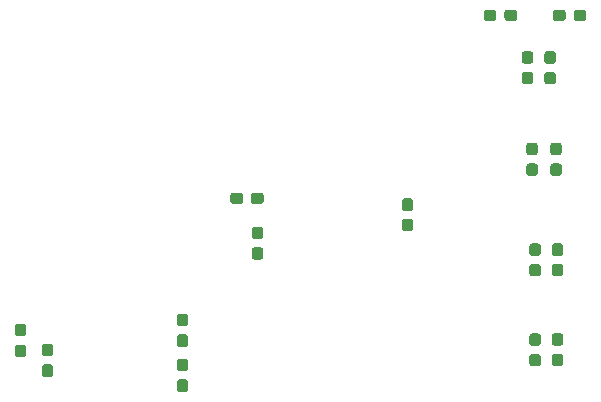
<source format=gbr>
G04 #@! TF.GenerationSoftware,KiCad,Pcbnew,5.1.5-52549c5~84~ubuntu18.04.1*
G04 #@! TF.CreationDate,2020-03-09T21:44:41-04:00*
G04 #@! TF.ProjectId,landfill_board_rev4,6c616e64-6669-46c6-9c5f-626f6172645f,rev?*
G04 #@! TF.SameCoordinates,Original*
G04 #@! TF.FileFunction,Paste,Bot*
G04 #@! TF.FilePolarity,Positive*
%FSLAX46Y46*%
G04 Gerber Fmt 4.6, Leading zero omitted, Abs format (unit mm)*
G04 Created by KiCad (PCBNEW 5.1.5-52549c5~84~ubuntu18.04.1) date 2020-03-09 21:44:41*
%MOMM*%
%LPD*%
G04 APERTURE LIST*
%ADD10C,0.100000*%
G04 APERTURE END LIST*
D10*
G36*
X148850779Y-64246144D02*
G01*
X148873834Y-64249563D01*
X148896443Y-64255227D01*
X148918387Y-64263079D01*
X148939457Y-64273044D01*
X148959448Y-64285026D01*
X148978168Y-64298910D01*
X148995438Y-64314562D01*
X149011090Y-64331832D01*
X149024974Y-64350552D01*
X149036956Y-64370543D01*
X149046921Y-64391613D01*
X149054773Y-64413557D01*
X149060437Y-64436166D01*
X149063856Y-64459221D01*
X149065000Y-64482500D01*
X149065000Y-65057500D01*
X149063856Y-65080779D01*
X149060437Y-65103834D01*
X149054773Y-65126443D01*
X149046921Y-65148387D01*
X149036956Y-65169457D01*
X149024974Y-65189448D01*
X149011090Y-65208168D01*
X148995438Y-65225438D01*
X148978168Y-65241090D01*
X148959448Y-65254974D01*
X148939457Y-65266956D01*
X148918387Y-65276921D01*
X148896443Y-65284773D01*
X148873834Y-65290437D01*
X148850779Y-65293856D01*
X148827500Y-65295000D01*
X148352500Y-65295000D01*
X148329221Y-65293856D01*
X148306166Y-65290437D01*
X148283557Y-65284773D01*
X148261613Y-65276921D01*
X148240543Y-65266956D01*
X148220552Y-65254974D01*
X148201832Y-65241090D01*
X148184562Y-65225438D01*
X148168910Y-65208168D01*
X148155026Y-65189448D01*
X148143044Y-65169457D01*
X148133079Y-65148387D01*
X148125227Y-65126443D01*
X148119563Y-65103834D01*
X148116144Y-65080779D01*
X148115000Y-65057500D01*
X148115000Y-64482500D01*
X148116144Y-64459221D01*
X148119563Y-64436166D01*
X148125227Y-64413557D01*
X148133079Y-64391613D01*
X148143044Y-64370543D01*
X148155026Y-64350552D01*
X148168910Y-64331832D01*
X148184562Y-64314562D01*
X148201832Y-64298910D01*
X148220552Y-64285026D01*
X148240543Y-64273044D01*
X148261613Y-64263079D01*
X148283557Y-64255227D01*
X148306166Y-64249563D01*
X148329221Y-64246144D01*
X148352500Y-64245000D01*
X148827500Y-64245000D01*
X148850779Y-64246144D01*
G37*
G36*
X148850779Y-62496144D02*
G01*
X148873834Y-62499563D01*
X148896443Y-62505227D01*
X148918387Y-62513079D01*
X148939457Y-62523044D01*
X148959448Y-62535026D01*
X148978168Y-62548910D01*
X148995438Y-62564562D01*
X149011090Y-62581832D01*
X149024974Y-62600552D01*
X149036956Y-62620543D01*
X149046921Y-62641613D01*
X149054773Y-62663557D01*
X149060437Y-62686166D01*
X149063856Y-62709221D01*
X149065000Y-62732500D01*
X149065000Y-63307500D01*
X149063856Y-63330779D01*
X149060437Y-63353834D01*
X149054773Y-63376443D01*
X149046921Y-63398387D01*
X149036956Y-63419457D01*
X149024974Y-63439448D01*
X149011090Y-63458168D01*
X148995438Y-63475438D01*
X148978168Y-63491090D01*
X148959448Y-63504974D01*
X148939457Y-63516956D01*
X148918387Y-63526921D01*
X148896443Y-63534773D01*
X148873834Y-63540437D01*
X148850779Y-63543856D01*
X148827500Y-63545000D01*
X148352500Y-63545000D01*
X148329221Y-63543856D01*
X148306166Y-63540437D01*
X148283557Y-63534773D01*
X148261613Y-63526921D01*
X148240543Y-63516956D01*
X148220552Y-63504974D01*
X148201832Y-63491090D01*
X148184562Y-63475438D01*
X148168910Y-63458168D01*
X148155026Y-63439448D01*
X148143044Y-63419457D01*
X148133079Y-63398387D01*
X148125227Y-63376443D01*
X148119563Y-63353834D01*
X148116144Y-63330779D01*
X148115000Y-63307500D01*
X148115000Y-62732500D01*
X148116144Y-62709221D01*
X148119563Y-62686166D01*
X148125227Y-62663557D01*
X148133079Y-62641613D01*
X148143044Y-62620543D01*
X148155026Y-62600552D01*
X148168910Y-62581832D01*
X148184562Y-62564562D01*
X148201832Y-62548910D01*
X148220552Y-62535026D01*
X148240543Y-62523044D01*
X148261613Y-62513079D01*
X148283557Y-62505227D01*
X148306166Y-62499563D01*
X148329221Y-62496144D01*
X148352500Y-62495000D01*
X148827500Y-62495000D01*
X148850779Y-62496144D01*
G37*
G36*
X150755779Y-64246144D02*
G01*
X150778834Y-64249563D01*
X150801443Y-64255227D01*
X150823387Y-64263079D01*
X150844457Y-64273044D01*
X150864448Y-64285026D01*
X150883168Y-64298910D01*
X150900438Y-64314562D01*
X150916090Y-64331832D01*
X150929974Y-64350552D01*
X150941956Y-64370543D01*
X150951921Y-64391613D01*
X150959773Y-64413557D01*
X150965437Y-64436166D01*
X150968856Y-64459221D01*
X150970000Y-64482500D01*
X150970000Y-65057500D01*
X150968856Y-65080779D01*
X150965437Y-65103834D01*
X150959773Y-65126443D01*
X150951921Y-65148387D01*
X150941956Y-65169457D01*
X150929974Y-65189448D01*
X150916090Y-65208168D01*
X150900438Y-65225438D01*
X150883168Y-65241090D01*
X150864448Y-65254974D01*
X150844457Y-65266956D01*
X150823387Y-65276921D01*
X150801443Y-65284773D01*
X150778834Y-65290437D01*
X150755779Y-65293856D01*
X150732500Y-65295000D01*
X150257500Y-65295000D01*
X150234221Y-65293856D01*
X150211166Y-65290437D01*
X150188557Y-65284773D01*
X150166613Y-65276921D01*
X150145543Y-65266956D01*
X150125552Y-65254974D01*
X150106832Y-65241090D01*
X150089562Y-65225438D01*
X150073910Y-65208168D01*
X150060026Y-65189448D01*
X150048044Y-65169457D01*
X150038079Y-65148387D01*
X150030227Y-65126443D01*
X150024563Y-65103834D01*
X150021144Y-65080779D01*
X150020000Y-65057500D01*
X150020000Y-64482500D01*
X150021144Y-64459221D01*
X150024563Y-64436166D01*
X150030227Y-64413557D01*
X150038079Y-64391613D01*
X150048044Y-64370543D01*
X150060026Y-64350552D01*
X150073910Y-64331832D01*
X150089562Y-64314562D01*
X150106832Y-64298910D01*
X150125552Y-64285026D01*
X150145543Y-64273044D01*
X150166613Y-64263079D01*
X150188557Y-64255227D01*
X150211166Y-64249563D01*
X150234221Y-64246144D01*
X150257500Y-64245000D01*
X150732500Y-64245000D01*
X150755779Y-64246144D01*
G37*
G36*
X150755779Y-62496144D02*
G01*
X150778834Y-62499563D01*
X150801443Y-62505227D01*
X150823387Y-62513079D01*
X150844457Y-62523044D01*
X150864448Y-62535026D01*
X150883168Y-62548910D01*
X150900438Y-62564562D01*
X150916090Y-62581832D01*
X150929974Y-62600552D01*
X150941956Y-62620543D01*
X150951921Y-62641613D01*
X150959773Y-62663557D01*
X150965437Y-62686166D01*
X150968856Y-62709221D01*
X150970000Y-62732500D01*
X150970000Y-63307500D01*
X150968856Y-63330779D01*
X150965437Y-63353834D01*
X150959773Y-63376443D01*
X150951921Y-63398387D01*
X150941956Y-63419457D01*
X150929974Y-63439448D01*
X150916090Y-63458168D01*
X150900438Y-63475438D01*
X150883168Y-63491090D01*
X150864448Y-63504974D01*
X150844457Y-63516956D01*
X150823387Y-63526921D01*
X150801443Y-63534773D01*
X150778834Y-63540437D01*
X150755779Y-63543856D01*
X150732500Y-63545000D01*
X150257500Y-63545000D01*
X150234221Y-63543856D01*
X150211166Y-63540437D01*
X150188557Y-63534773D01*
X150166613Y-63526921D01*
X150145543Y-63516956D01*
X150125552Y-63504974D01*
X150106832Y-63491090D01*
X150089562Y-63475438D01*
X150073910Y-63458168D01*
X150060026Y-63439448D01*
X150048044Y-63419457D01*
X150038079Y-63398387D01*
X150030227Y-63376443D01*
X150024563Y-63353834D01*
X150021144Y-63330779D01*
X150020000Y-63307500D01*
X150020000Y-62732500D01*
X150021144Y-62709221D01*
X150024563Y-62686166D01*
X150030227Y-62663557D01*
X150038079Y-62641613D01*
X150048044Y-62620543D01*
X150060026Y-62600552D01*
X150073910Y-62581832D01*
X150089562Y-62564562D01*
X150106832Y-62548910D01*
X150125552Y-62535026D01*
X150145543Y-62523044D01*
X150166613Y-62513079D01*
X150188557Y-62505227D01*
X150211166Y-62499563D01*
X150234221Y-62496144D01*
X150257500Y-62495000D01*
X150732500Y-62495000D01*
X150755779Y-62496144D01*
G37*
G36*
X150755779Y-71852144D02*
G01*
X150778834Y-71855563D01*
X150801443Y-71861227D01*
X150823387Y-71869079D01*
X150844457Y-71879044D01*
X150864448Y-71891026D01*
X150883168Y-71904910D01*
X150900438Y-71920562D01*
X150916090Y-71937832D01*
X150929974Y-71956552D01*
X150941956Y-71976543D01*
X150951921Y-71997613D01*
X150959773Y-72019557D01*
X150965437Y-72042166D01*
X150968856Y-72065221D01*
X150970000Y-72088500D01*
X150970000Y-72663500D01*
X150968856Y-72686779D01*
X150965437Y-72709834D01*
X150959773Y-72732443D01*
X150951921Y-72754387D01*
X150941956Y-72775457D01*
X150929974Y-72795448D01*
X150916090Y-72814168D01*
X150900438Y-72831438D01*
X150883168Y-72847090D01*
X150864448Y-72860974D01*
X150844457Y-72872956D01*
X150823387Y-72882921D01*
X150801443Y-72890773D01*
X150778834Y-72896437D01*
X150755779Y-72899856D01*
X150732500Y-72901000D01*
X150257500Y-72901000D01*
X150234221Y-72899856D01*
X150211166Y-72896437D01*
X150188557Y-72890773D01*
X150166613Y-72882921D01*
X150145543Y-72872956D01*
X150125552Y-72860974D01*
X150106832Y-72847090D01*
X150089562Y-72831438D01*
X150073910Y-72814168D01*
X150060026Y-72795448D01*
X150048044Y-72775457D01*
X150038079Y-72754387D01*
X150030227Y-72732443D01*
X150024563Y-72709834D01*
X150021144Y-72686779D01*
X150020000Y-72663500D01*
X150020000Y-72088500D01*
X150021144Y-72065221D01*
X150024563Y-72042166D01*
X150030227Y-72019557D01*
X150038079Y-71997613D01*
X150048044Y-71976543D01*
X150060026Y-71956552D01*
X150073910Y-71937832D01*
X150089562Y-71920562D01*
X150106832Y-71904910D01*
X150125552Y-71891026D01*
X150145543Y-71879044D01*
X150166613Y-71869079D01*
X150188557Y-71861227D01*
X150211166Y-71855563D01*
X150234221Y-71852144D01*
X150257500Y-71851000D01*
X150732500Y-71851000D01*
X150755779Y-71852144D01*
G37*
G36*
X150755779Y-70102144D02*
G01*
X150778834Y-70105563D01*
X150801443Y-70111227D01*
X150823387Y-70119079D01*
X150844457Y-70129044D01*
X150864448Y-70141026D01*
X150883168Y-70154910D01*
X150900438Y-70170562D01*
X150916090Y-70187832D01*
X150929974Y-70206552D01*
X150941956Y-70226543D01*
X150951921Y-70247613D01*
X150959773Y-70269557D01*
X150965437Y-70292166D01*
X150968856Y-70315221D01*
X150970000Y-70338500D01*
X150970000Y-70913500D01*
X150968856Y-70936779D01*
X150965437Y-70959834D01*
X150959773Y-70982443D01*
X150951921Y-71004387D01*
X150941956Y-71025457D01*
X150929974Y-71045448D01*
X150916090Y-71064168D01*
X150900438Y-71081438D01*
X150883168Y-71097090D01*
X150864448Y-71110974D01*
X150844457Y-71122956D01*
X150823387Y-71132921D01*
X150801443Y-71140773D01*
X150778834Y-71146437D01*
X150755779Y-71149856D01*
X150732500Y-71151000D01*
X150257500Y-71151000D01*
X150234221Y-71149856D01*
X150211166Y-71146437D01*
X150188557Y-71140773D01*
X150166613Y-71132921D01*
X150145543Y-71122956D01*
X150125552Y-71110974D01*
X150106832Y-71097090D01*
X150089562Y-71081438D01*
X150073910Y-71064168D01*
X150060026Y-71045448D01*
X150048044Y-71025457D01*
X150038079Y-71004387D01*
X150030227Y-70982443D01*
X150024563Y-70959834D01*
X150021144Y-70936779D01*
X150020000Y-70913500D01*
X150020000Y-70338500D01*
X150021144Y-70315221D01*
X150024563Y-70292166D01*
X150030227Y-70269557D01*
X150038079Y-70247613D01*
X150048044Y-70226543D01*
X150060026Y-70206552D01*
X150073910Y-70187832D01*
X150089562Y-70170562D01*
X150106832Y-70154910D01*
X150125552Y-70141026D01*
X150145543Y-70129044D01*
X150166613Y-70119079D01*
X150188557Y-70111227D01*
X150211166Y-70105563D01*
X150234221Y-70102144D01*
X150257500Y-70101000D01*
X150732500Y-70101000D01*
X150755779Y-70102144D01*
G37*
G36*
X148850779Y-71866144D02*
G01*
X148873834Y-71869563D01*
X148896443Y-71875227D01*
X148918387Y-71883079D01*
X148939457Y-71893044D01*
X148959448Y-71905026D01*
X148978168Y-71918910D01*
X148995438Y-71934562D01*
X149011090Y-71951832D01*
X149024974Y-71970552D01*
X149036956Y-71990543D01*
X149046921Y-72011613D01*
X149054773Y-72033557D01*
X149060437Y-72056166D01*
X149063856Y-72079221D01*
X149065000Y-72102500D01*
X149065000Y-72677500D01*
X149063856Y-72700779D01*
X149060437Y-72723834D01*
X149054773Y-72746443D01*
X149046921Y-72768387D01*
X149036956Y-72789457D01*
X149024974Y-72809448D01*
X149011090Y-72828168D01*
X148995438Y-72845438D01*
X148978168Y-72861090D01*
X148959448Y-72874974D01*
X148939457Y-72886956D01*
X148918387Y-72896921D01*
X148896443Y-72904773D01*
X148873834Y-72910437D01*
X148850779Y-72913856D01*
X148827500Y-72915000D01*
X148352500Y-72915000D01*
X148329221Y-72913856D01*
X148306166Y-72910437D01*
X148283557Y-72904773D01*
X148261613Y-72896921D01*
X148240543Y-72886956D01*
X148220552Y-72874974D01*
X148201832Y-72861090D01*
X148184562Y-72845438D01*
X148168910Y-72828168D01*
X148155026Y-72809448D01*
X148143044Y-72789457D01*
X148133079Y-72768387D01*
X148125227Y-72746443D01*
X148119563Y-72723834D01*
X148116144Y-72700779D01*
X148115000Y-72677500D01*
X148115000Y-72102500D01*
X148116144Y-72079221D01*
X148119563Y-72056166D01*
X148125227Y-72033557D01*
X148133079Y-72011613D01*
X148143044Y-71990543D01*
X148155026Y-71970552D01*
X148168910Y-71951832D01*
X148184562Y-71934562D01*
X148201832Y-71918910D01*
X148220552Y-71905026D01*
X148240543Y-71893044D01*
X148261613Y-71883079D01*
X148283557Y-71875227D01*
X148306166Y-71869563D01*
X148329221Y-71866144D01*
X148352500Y-71865000D01*
X148827500Y-71865000D01*
X148850779Y-71866144D01*
G37*
G36*
X148850779Y-70116144D02*
G01*
X148873834Y-70119563D01*
X148896443Y-70125227D01*
X148918387Y-70133079D01*
X148939457Y-70143044D01*
X148959448Y-70155026D01*
X148978168Y-70168910D01*
X148995438Y-70184562D01*
X149011090Y-70201832D01*
X149024974Y-70220552D01*
X149036956Y-70240543D01*
X149046921Y-70261613D01*
X149054773Y-70283557D01*
X149060437Y-70306166D01*
X149063856Y-70329221D01*
X149065000Y-70352500D01*
X149065000Y-70927500D01*
X149063856Y-70950779D01*
X149060437Y-70973834D01*
X149054773Y-70996443D01*
X149046921Y-71018387D01*
X149036956Y-71039457D01*
X149024974Y-71059448D01*
X149011090Y-71078168D01*
X148995438Y-71095438D01*
X148978168Y-71111090D01*
X148959448Y-71124974D01*
X148939457Y-71136956D01*
X148918387Y-71146921D01*
X148896443Y-71154773D01*
X148873834Y-71160437D01*
X148850779Y-71163856D01*
X148827500Y-71165000D01*
X148352500Y-71165000D01*
X148329221Y-71163856D01*
X148306166Y-71160437D01*
X148283557Y-71154773D01*
X148261613Y-71146921D01*
X148240543Y-71136956D01*
X148220552Y-71124974D01*
X148201832Y-71111090D01*
X148184562Y-71095438D01*
X148168910Y-71078168D01*
X148155026Y-71059448D01*
X148143044Y-71039457D01*
X148133079Y-71018387D01*
X148125227Y-70996443D01*
X148119563Y-70973834D01*
X148116144Y-70950779D01*
X148115000Y-70927500D01*
X148115000Y-70352500D01*
X148116144Y-70329221D01*
X148119563Y-70306166D01*
X148125227Y-70283557D01*
X148133079Y-70261613D01*
X148143044Y-70240543D01*
X148155026Y-70220552D01*
X148168910Y-70201832D01*
X148184562Y-70184562D01*
X148201832Y-70168910D01*
X148220552Y-70155026D01*
X148240543Y-70143044D01*
X148261613Y-70133079D01*
X148283557Y-70125227D01*
X148306166Y-70119563D01*
X148329221Y-70116144D01*
X148352500Y-70115000D01*
X148827500Y-70115000D01*
X148850779Y-70116144D01*
G37*
G36*
X150628779Y-55723144D02*
G01*
X150651834Y-55726563D01*
X150674443Y-55732227D01*
X150696387Y-55740079D01*
X150717457Y-55750044D01*
X150737448Y-55762026D01*
X150756168Y-55775910D01*
X150773438Y-55791562D01*
X150789090Y-55808832D01*
X150802974Y-55827552D01*
X150814956Y-55847543D01*
X150824921Y-55868613D01*
X150832773Y-55890557D01*
X150838437Y-55913166D01*
X150841856Y-55936221D01*
X150843000Y-55959500D01*
X150843000Y-56534500D01*
X150841856Y-56557779D01*
X150838437Y-56580834D01*
X150832773Y-56603443D01*
X150824921Y-56625387D01*
X150814956Y-56646457D01*
X150802974Y-56666448D01*
X150789090Y-56685168D01*
X150773438Y-56702438D01*
X150756168Y-56718090D01*
X150737448Y-56731974D01*
X150717457Y-56743956D01*
X150696387Y-56753921D01*
X150674443Y-56761773D01*
X150651834Y-56767437D01*
X150628779Y-56770856D01*
X150605500Y-56772000D01*
X150130500Y-56772000D01*
X150107221Y-56770856D01*
X150084166Y-56767437D01*
X150061557Y-56761773D01*
X150039613Y-56753921D01*
X150018543Y-56743956D01*
X149998552Y-56731974D01*
X149979832Y-56718090D01*
X149962562Y-56702438D01*
X149946910Y-56685168D01*
X149933026Y-56666448D01*
X149921044Y-56646457D01*
X149911079Y-56625387D01*
X149903227Y-56603443D01*
X149897563Y-56580834D01*
X149894144Y-56557779D01*
X149893000Y-56534500D01*
X149893000Y-55959500D01*
X149894144Y-55936221D01*
X149897563Y-55913166D01*
X149903227Y-55890557D01*
X149911079Y-55868613D01*
X149921044Y-55847543D01*
X149933026Y-55827552D01*
X149946910Y-55808832D01*
X149962562Y-55791562D01*
X149979832Y-55775910D01*
X149998552Y-55762026D01*
X150018543Y-55750044D01*
X150039613Y-55740079D01*
X150061557Y-55732227D01*
X150084166Y-55726563D01*
X150107221Y-55723144D01*
X150130500Y-55722000D01*
X150605500Y-55722000D01*
X150628779Y-55723144D01*
G37*
G36*
X150628779Y-53973144D02*
G01*
X150651834Y-53976563D01*
X150674443Y-53982227D01*
X150696387Y-53990079D01*
X150717457Y-54000044D01*
X150737448Y-54012026D01*
X150756168Y-54025910D01*
X150773438Y-54041562D01*
X150789090Y-54058832D01*
X150802974Y-54077552D01*
X150814956Y-54097543D01*
X150824921Y-54118613D01*
X150832773Y-54140557D01*
X150838437Y-54163166D01*
X150841856Y-54186221D01*
X150843000Y-54209500D01*
X150843000Y-54784500D01*
X150841856Y-54807779D01*
X150838437Y-54830834D01*
X150832773Y-54853443D01*
X150824921Y-54875387D01*
X150814956Y-54896457D01*
X150802974Y-54916448D01*
X150789090Y-54935168D01*
X150773438Y-54952438D01*
X150756168Y-54968090D01*
X150737448Y-54981974D01*
X150717457Y-54993956D01*
X150696387Y-55003921D01*
X150674443Y-55011773D01*
X150651834Y-55017437D01*
X150628779Y-55020856D01*
X150605500Y-55022000D01*
X150130500Y-55022000D01*
X150107221Y-55020856D01*
X150084166Y-55017437D01*
X150061557Y-55011773D01*
X150039613Y-55003921D01*
X150018543Y-54993956D01*
X149998552Y-54981974D01*
X149979832Y-54968090D01*
X149962562Y-54952438D01*
X149946910Y-54935168D01*
X149933026Y-54916448D01*
X149921044Y-54896457D01*
X149911079Y-54875387D01*
X149903227Y-54853443D01*
X149897563Y-54830834D01*
X149894144Y-54807779D01*
X149893000Y-54784500D01*
X149893000Y-54209500D01*
X149894144Y-54186221D01*
X149897563Y-54163166D01*
X149903227Y-54140557D01*
X149911079Y-54118613D01*
X149921044Y-54097543D01*
X149933026Y-54077552D01*
X149946910Y-54058832D01*
X149962562Y-54041562D01*
X149979832Y-54025910D01*
X149998552Y-54012026D01*
X150018543Y-54000044D01*
X150039613Y-53990079D01*
X150061557Y-53982227D01*
X150084166Y-53976563D01*
X150107221Y-53973144D01*
X150130500Y-53972000D01*
X150605500Y-53972000D01*
X150628779Y-53973144D01*
G37*
G36*
X148596779Y-55723144D02*
G01*
X148619834Y-55726563D01*
X148642443Y-55732227D01*
X148664387Y-55740079D01*
X148685457Y-55750044D01*
X148705448Y-55762026D01*
X148724168Y-55775910D01*
X148741438Y-55791562D01*
X148757090Y-55808832D01*
X148770974Y-55827552D01*
X148782956Y-55847543D01*
X148792921Y-55868613D01*
X148800773Y-55890557D01*
X148806437Y-55913166D01*
X148809856Y-55936221D01*
X148811000Y-55959500D01*
X148811000Y-56534500D01*
X148809856Y-56557779D01*
X148806437Y-56580834D01*
X148800773Y-56603443D01*
X148792921Y-56625387D01*
X148782956Y-56646457D01*
X148770974Y-56666448D01*
X148757090Y-56685168D01*
X148741438Y-56702438D01*
X148724168Y-56718090D01*
X148705448Y-56731974D01*
X148685457Y-56743956D01*
X148664387Y-56753921D01*
X148642443Y-56761773D01*
X148619834Y-56767437D01*
X148596779Y-56770856D01*
X148573500Y-56772000D01*
X148098500Y-56772000D01*
X148075221Y-56770856D01*
X148052166Y-56767437D01*
X148029557Y-56761773D01*
X148007613Y-56753921D01*
X147986543Y-56743956D01*
X147966552Y-56731974D01*
X147947832Y-56718090D01*
X147930562Y-56702438D01*
X147914910Y-56685168D01*
X147901026Y-56666448D01*
X147889044Y-56646457D01*
X147879079Y-56625387D01*
X147871227Y-56603443D01*
X147865563Y-56580834D01*
X147862144Y-56557779D01*
X147861000Y-56534500D01*
X147861000Y-55959500D01*
X147862144Y-55936221D01*
X147865563Y-55913166D01*
X147871227Y-55890557D01*
X147879079Y-55868613D01*
X147889044Y-55847543D01*
X147901026Y-55827552D01*
X147914910Y-55808832D01*
X147930562Y-55791562D01*
X147947832Y-55775910D01*
X147966552Y-55762026D01*
X147986543Y-55750044D01*
X148007613Y-55740079D01*
X148029557Y-55732227D01*
X148052166Y-55726563D01*
X148075221Y-55723144D01*
X148098500Y-55722000D01*
X148573500Y-55722000D01*
X148596779Y-55723144D01*
G37*
G36*
X148596779Y-53973144D02*
G01*
X148619834Y-53976563D01*
X148642443Y-53982227D01*
X148664387Y-53990079D01*
X148685457Y-54000044D01*
X148705448Y-54012026D01*
X148724168Y-54025910D01*
X148741438Y-54041562D01*
X148757090Y-54058832D01*
X148770974Y-54077552D01*
X148782956Y-54097543D01*
X148792921Y-54118613D01*
X148800773Y-54140557D01*
X148806437Y-54163166D01*
X148809856Y-54186221D01*
X148811000Y-54209500D01*
X148811000Y-54784500D01*
X148809856Y-54807779D01*
X148806437Y-54830834D01*
X148800773Y-54853443D01*
X148792921Y-54875387D01*
X148782956Y-54896457D01*
X148770974Y-54916448D01*
X148757090Y-54935168D01*
X148741438Y-54952438D01*
X148724168Y-54968090D01*
X148705448Y-54981974D01*
X148685457Y-54993956D01*
X148664387Y-55003921D01*
X148642443Y-55011773D01*
X148619834Y-55017437D01*
X148596779Y-55020856D01*
X148573500Y-55022000D01*
X148098500Y-55022000D01*
X148075221Y-55020856D01*
X148052166Y-55017437D01*
X148029557Y-55011773D01*
X148007613Y-55003921D01*
X147986543Y-54993956D01*
X147966552Y-54981974D01*
X147947832Y-54968090D01*
X147930562Y-54952438D01*
X147914910Y-54935168D01*
X147901026Y-54916448D01*
X147889044Y-54896457D01*
X147879079Y-54875387D01*
X147871227Y-54853443D01*
X147865563Y-54830834D01*
X147862144Y-54807779D01*
X147861000Y-54784500D01*
X147861000Y-54209500D01*
X147862144Y-54186221D01*
X147865563Y-54163166D01*
X147871227Y-54140557D01*
X147879079Y-54118613D01*
X147889044Y-54097543D01*
X147901026Y-54077552D01*
X147914910Y-54058832D01*
X147930562Y-54041562D01*
X147947832Y-54025910D01*
X147966552Y-54012026D01*
X147986543Y-54000044D01*
X148007613Y-53990079D01*
X148029557Y-53982227D01*
X148052166Y-53976563D01*
X148075221Y-53973144D01*
X148098500Y-53972000D01*
X148573500Y-53972000D01*
X148596779Y-53973144D01*
G37*
G36*
X150120779Y-47976144D02*
G01*
X150143834Y-47979563D01*
X150166443Y-47985227D01*
X150188387Y-47993079D01*
X150209457Y-48003044D01*
X150229448Y-48015026D01*
X150248168Y-48028910D01*
X150265438Y-48044562D01*
X150281090Y-48061832D01*
X150294974Y-48080552D01*
X150306956Y-48100543D01*
X150316921Y-48121613D01*
X150324773Y-48143557D01*
X150330437Y-48166166D01*
X150333856Y-48189221D01*
X150335000Y-48212500D01*
X150335000Y-48787500D01*
X150333856Y-48810779D01*
X150330437Y-48833834D01*
X150324773Y-48856443D01*
X150316921Y-48878387D01*
X150306956Y-48899457D01*
X150294974Y-48919448D01*
X150281090Y-48938168D01*
X150265438Y-48955438D01*
X150248168Y-48971090D01*
X150229448Y-48984974D01*
X150209457Y-48996956D01*
X150188387Y-49006921D01*
X150166443Y-49014773D01*
X150143834Y-49020437D01*
X150120779Y-49023856D01*
X150097500Y-49025000D01*
X149622500Y-49025000D01*
X149599221Y-49023856D01*
X149576166Y-49020437D01*
X149553557Y-49014773D01*
X149531613Y-49006921D01*
X149510543Y-48996956D01*
X149490552Y-48984974D01*
X149471832Y-48971090D01*
X149454562Y-48955438D01*
X149438910Y-48938168D01*
X149425026Y-48919448D01*
X149413044Y-48899457D01*
X149403079Y-48878387D01*
X149395227Y-48856443D01*
X149389563Y-48833834D01*
X149386144Y-48810779D01*
X149385000Y-48787500D01*
X149385000Y-48212500D01*
X149386144Y-48189221D01*
X149389563Y-48166166D01*
X149395227Y-48143557D01*
X149403079Y-48121613D01*
X149413044Y-48100543D01*
X149425026Y-48080552D01*
X149438910Y-48061832D01*
X149454562Y-48044562D01*
X149471832Y-48028910D01*
X149490552Y-48015026D01*
X149510543Y-48003044D01*
X149531613Y-47993079D01*
X149553557Y-47985227D01*
X149576166Y-47979563D01*
X149599221Y-47976144D01*
X149622500Y-47975000D01*
X150097500Y-47975000D01*
X150120779Y-47976144D01*
G37*
G36*
X150120779Y-46226144D02*
G01*
X150143834Y-46229563D01*
X150166443Y-46235227D01*
X150188387Y-46243079D01*
X150209457Y-46253044D01*
X150229448Y-46265026D01*
X150248168Y-46278910D01*
X150265438Y-46294562D01*
X150281090Y-46311832D01*
X150294974Y-46330552D01*
X150306956Y-46350543D01*
X150316921Y-46371613D01*
X150324773Y-46393557D01*
X150330437Y-46416166D01*
X150333856Y-46439221D01*
X150335000Y-46462500D01*
X150335000Y-47037500D01*
X150333856Y-47060779D01*
X150330437Y-47083834D01*
X150324773Y-47106443D01*
X150316921Y-47128387D01*
X150306956Y-47149457D01*
X150294974Y-47169448D01*
X150281090Y-47188168D01*
X150265438Y-47205438D01*
X150248168Y-47221090D01*
X150229448Y-47234974D01*
X150209457Y-47246956D01*
X150188387Y-47256921D01*
X150166443Y-47264773D01*
X150143834Y-47270437D01*
X150120779Y-47273856D01*
X150097500Y-47275000D01*
X149622500Y-47275000D01*
X149599221Y-47273856D01*
X149576166Y-47270437D01*
X149553557Y-47264773D01*
X149531613Y-47256921D01*
X149510543Y-47246956D01*
X149490552Y-47234974D01*
X149471832Y-47221090D01*
X149454562Y-47205438D01*
X149438910Y-47188168D01*
X149425026Y-47169448D01*
X149413044Y-47149457D01*
X149403079Y-47128387D01*
X149395227Y-47106443D01*
X149389563Y-47083834D01*
X149386144Y-47060779D01*
X149385000Y-47037500D01*
X149385000Y-46462500D01*
X149386144Y-46439221D01*
X149389563Y-46416166D01*
X149395227Y-46393557D01*
X149403079Y-46371613D01*
X149413044Y-46350543D01*
X149425026Y-46330552D01*
X149438910Y-46311832D01*
X149454562Y-46294562D01*
X149471832Y-46278910D01*
X149490552Y-46265026D01*
X149510543Y-46253044D01*
X149531613Y-46243079D01*
X149553557Y-46235227D01*
X149576166Y-46229563D01*
X149599221Y-46226144D01*
X149622500Y-46225000D01*
X150097500Y-46225000D01*
X150120779Y-46226144D01*
G37*
G36*
X148215779Y-47976144D02*
G01*
X148238834Y-47979563D01*
X148261443Y-47985227D01*
X148283387Y-47993079D01*
X148304457Y-48003044D01*
X148324448Y-48015026D01*
X148343168Y-48028910D01*
X148360438Y-48044562D01*
X148376090Y-48061832D01*
X148389974Y-48080552D01*
X148401956Y-48100543D01*
X148411921Y-48121613D01*
X148419773Y-48143557D01*
X148425437Y-48166166D01*
X148428856Y-48189221D01*
X148430000Y-48212500D01*
X148430000Y-48787500D01*
X148428856Y-48810779D01*
X148425437Y-48833834D01*
X148419773Y-48856443D01*
X148411921Y-48878387D01*
X148401956Y-48899457D01*
X148389974Y-48919448D01*
X148376090Y-48938168D01*
X148360438Y-48955438D01*
X148343168Y-48971090D01*
X148324448Y-48984974D01*
X148304457Y-48996956D01*
X148283387Y-49006921D01*
X148261443Y-49014773D01*
X148238834Y-49020437D01*
X148215779Y-49023856D01*
X148192500Y-49025000D01*
X147717500Y-49025000D01*
X147694221Y-49023856D01*
X147671166Y-49020437D01*
X147648557Y-49014773D01*
X147626613Y-49006921D01*
X147605543Y-48996956D01*
X147585552Y-48984974D01*
X147566832Y-48971090D01*
X147549562Y-48955438D01*
X147533910Y-48938168D01*
X147520026Y-48919448D01*
X147508044Y-48899457D01*
X147498079Y-48878387D01*
X147490227Y-48856443D01*
X147484563Y-48833834D01*
X147481144Y-48810779D01*
X147480000Y-48787500D01*
X147480000Y-48212500D01*
X147481144Y-48189221D01*
X147484563Y-48166166D01*
X147490227Y-48143557D01*
X147498079Y-48121613D01*
X147508044Y-48100543D01*
X147520026Y-48080552D01*
X147533910Y-48061832D01*
X147549562Y-48044562D01*
X147566832Y-48028910D01*
X147585552Y-48015026D01*
X147605543Y-48003044D01*
X147626613Y-47993079D01*
X147648557Y-47985227D01*
X147671166Y-47979563D01*
X147694221Y-47976144D01*
X147717500Y-47975000D01*
X148192500Y-47975000D01*
X148215779Y-47976144D01*
G37*
G36*
X148215779Y-46226144D02*
G01*
X148238834Y-46229563D01*
X148261443Y-46235227D01*
X148283387Y-46243079D01*
X148304457Y-46253044D01*
X148324448Y-46265026D01*
X148343168Y-46278910D01*
X148360438Y-46294562D01*
X148376090Y-46311832D01*
X148389974Y-46330552D01*
X148401956Y-46350543D01*
X148411921Y-46371613D01*
X148419773Y-46393557D01*
X148425437Y-46416166D01*
X148428856Y-46439221D01*
X148430000Y-46462500D01*
X148430000Y-47037500D01*
X148428856Y-47060779D01*
X148425437Y-47083834D01*
X148419773Y-47106443D01*
X148411921Y-47128387D01*
X148401956Y-47149457D01*
X148389974Y-47169448D01*
X148376090Y-47188168D01*
X148360438Y-47205438D01*
X148343168Y-47221090D01*
X148324448Y-47234974D01*
X148304457Y-47246956D01*
X148283387Y-47256921D01*
X148261443Y-47264773D01*
X148238834Y-47270437D01*
X148215779Y-47273856D01*
X148192500Y-47275000D01*
X147717500Y-47275000D01*
X147694221Y-47273856D01*
X147671166Y-47270437D01*
X147648557Y-47264773D01*
X147626613Y-47256921D01*
X147605543Y-47246956D01*
X147585552Y-47234974D01*
X147566832Y-47221090D01*
X147549562Y-47205438D01*
X147533910Y-47188168D01*
X147520026Y-47169448D01*
X147508044Y-47149457D01*
X147498079Y-47128387D01*
X147490227Y-47106443D01*
X147484563Y-47083834D01*
X147481144Y-47060779D01*
X147480000Y-47037500D01*
X147480000Y-46462500D01*
X147481144Y-46439221D01*
X147484563Y-46416166D01*
X147490227Y-46393557D01*
X147498079Y-46371613D01*
X147508044Y-46350543D01*
X147520026Y-46330552D01*
X147533910Y-46311832D01*
X147549562Y-46294562D01*
X147566832Y-46278910D01*
X147585552Y-46265026D01*
X147605543Y-46253044D01*
X147626613Y-46243079D01*
X147648557Y-46235227D01*
X147671166Y-46229563D01*
X147694221Y-46226144D01*
X147717500Y-46225000D01*
X148192500Y-46225000D01*
X148215779Y-46226144D01*
G37*
G36*
X152710779Y-42706144D02*
G01*
X152733834Y-42709563D01*
X152756443Y-42715227D01*
X152778387Y-42723079D01*
X152799457Y-42733044D01*
X152819448Y-42745026D01*
X152838168Y-42758910D01*
X152855438Y-42774562D01*
X152871090Y-42791832D01*
X152884974Y-42810552D01*
X152896956Y-42830543D01*
X152906921Y-42851613D01*
X152914773Y-42873557D01*
X152920437Y-42896166D01*
X152923856Y-42919221D01*
X152925000Y-42942500D01*
X152925000Y-43417500D01*
X152923856Y-43440779D01*
X152920437Y-43463834D01*
X152914773Y-43486443D01*
X152906921Y-43508387D01*
X152896956Y-43529457D01*
X152884974Y-43549448D01*
X152871090Y-43568168D01*
X152855438Y-43585438D01*
X152838168Y-43601090D01*
X152819448Y-43614974D01*
X152799457Y-43626956D01*
X152778387Y-43636921D01*
X152756443Y-43644773D01*
X152733834Y-43650437D01*
X152710779Y-43653856D01*
X152687500Y-43655000D01*
X152112500Y-43655000D01*
X152089221Y-43653856D01*
X152066166Y-43650437D01*
X152043557Y-43644773D01*
X152021613Y-43636921D01*
X152000543Y-43626956D01*
X151980552Y-43614974D01*
X151961832Y-43601090D01*
X151944562Y-43585438D01*
X151928910Y-43568168D01*
X151915026Y-43549448D01*
X151903044Y-43529457D01*
X151893079Y-43508387D01*
X151885227Y-43486443D01*
X151879563Y-43463834D01*
X151876144Y-43440779D01*
X151875000Y-43417500D01*
X151875000Y-42942500D01*
X151876144Y-42919221D01*
X151879563Y-42896166D01*
X151885227Y-42873557D01*
X151893079Y-42851613D01*
X151903044Y-42830543D01*
X151915026Y-42810552D01*
X151928910Y-42791832D01*
X151944562Y-42774562D01*
X151961832Y-42758910D01*
X151980552Y-42745026D01*
X152000543Y-42733044D01*
X152021613Y-42723079D01*
X152043557Y-42715227D01*
X152066166Y-42709563D01*
X152089221Y-42706144D01*
X152112500Y-42705000D01*
X152687500Y-42705000D01*
X152710779Y-42706144D01*
G37*
G36*
X150960779Y-42706144D02*
G01*
X150983834Y-42709563D01*
X151006443Y-42715227D01*
X151028387Y-42723079D01*
X151049457Y-42733044D01*
X151069448Y-42745026D01*
X151088168Y-42758910D01*
X151105438Y-42774562D01*
X151121090Y-42791832D01*
X151134974Y-42810552D01*
X151146956Y-42830543D01*
X151156921Y-42851613D01*
X151164773Y-42873557D01*
X151170437Y-42896166D01*
X151173856Y-42919221D01*
X151175000Y-42942500D01*
X151175000Y-43417500D01*
X151173856Y-43440779D01*
X151170437Y-43463834D01*
X151164773Y-43486443D01*
X151156921Y-43508387D01*
X151146956Y-43529457D01*
X151134974Y-43549448D01*
X151121090Y-43568168D01*
X151105438Y-43585438D01*
X151088168Y-43601090D01*
X151069448Y-43614974D01*
X151049457Y-43626956D01*
X151028387Y-43636921D01*
X151006443Y-43644773D01*
X150983834Y-43650437D01*
X150960779Y-43653856D01*
X150937500Y-43655000D01*
X150362500Y-43655000D01*
X150339221Y-43653856D01*
X150316166Y-43650437D01*
X150293557Y-43644773D01*
X150271613Y-43636921D01*
X150250543Y-43626956D01*
X150230552Y-43614974D01*
X150211832Y-43601090D01*
X150194562Y-43585438D01*
X150178910Y-43568168D01*
X150165026Y-43549448D01*
X150153044Y-43529457D01*
X150143079Y-43508387D01*
X150135227Y-43486443D01*
X150129563Y-43463834D01*
X150126144Y-43440779D01*
X150125000Y-43417500D01*
X150125000Y-42942500D01*
X150126144Y-42919221D01*
X150129563Y-42896166D01*
X150135227Y-42873557D01*
X150143079Y-42851613D01*
X150153044Y-42830543D01*
X150165026Y-42810552D01*
X150178910Y-42791832D01*
X150194562Y-42774562D01*
X150211832Y-42758910D01*
X150230552Y-42745026D01*
X150250543Y-42733044D01*
X150271613Y-42723079D01*
X150293557Y-42715227D01*
X150316166Y-42709563D01*
X150339221Y-42706144D01*
X150362500Y-42705000D01*
X150937500Y-42705000D01*
X150960779Y-42706144D01*
G37*
G36*
X146840779Y-42706144D02*
G01*
X146863834Y-42709563D01*
X146886443Y-42715227D01*
X146908387Y-42723079D01*
X146929457Y-42733044D01*
X146949448Y-42745026D01*
X146968168Y-42758910D01*
X146985438Y-42774562D01*
X147001090Y-42791832D01*
X147014974Y-42810552D01*
X147026956Y-42830543D01*
X147036921Y-42851613D01*
X147044773Y-42873557D01*
X147050437Y-42896166D01*
X147053856Y-42919221D01*
X147055000Y-42942500D01*
X147055000Y-43417500D01*
X147053856Y-43440779D01*
X147050437Y-43463834D01*
X147044773Y-43486443D01*
X147036921Y-43508387D01*
X147026956Y-43529457D01*
X147014974Y-43549448D01*
X147001090Y-43568168D01*
X146985438Y-43585438D01*
X146968168Y-43601090D01*
X146949448Y-43614974D01*
X146929457Y-43626956D01*
X146908387Y-43636921D01*
X146886443Y-43644773D01*
X146863834Y-43650437D01*
X146840779Y-43653856D01*
X146817500Y-43655000D01*
X146242500Y-43655000D01*
X146219221Y-43653856D01*
X146196166Y-43650437D01*
X146173557Y-43644773D01*
X146151613Y-43636921D01*
X146130543Y-43626956D01*
X146110552Y-43614974D01*
X146091832Y-43601090D01*
X146074562Y-43585438D01*
X146058910Y-43568168D01*
X146045026Y-43549448D01*
X146033044Y-43529457D01*
X146023079Y-43508387D01*
X146015227Y-43486443D01*
X146009563Y-43463834D01*
X146006144Y-43440779D01*
X146005000Y-43417500D01*
X146005000Y-42942500D01*
X146006144Y-42919221D01*
X146009563Y-42896166D01*
X146015227Y-42873557D01*
X146023079Y-42851613D01*
X146033044Y-42830543D01*
X146045026Y-42810552D01*
X146058910Y-42791832D01*
X146074562Y-42774562D01*
X146091832Y-42758910D01*
X146110552Y-42745026D01*
X146130543Y-42733044D01*
X146151613Y-42723079D01*
X146173557Y-42715227D01*
X146196166Y-42709563D01*
X146219221Y-42706144D01*
X146242500Y-42705000D01*
X146817500Y-42705000D01*
X146840779Y-42706144D01*
G37*
G36*
X145090779Y-42706144D02*
G01*
X145113834Y-42709563D01*
X145136443Y-42715227D01*
X145158387Y-42723079D01*
X145179457Y-42733044D01*
X145199448Y-42745026D01*
X145218168Y-42758910D01*
X145235438Y-42774562D01*
X145251090Y-42791832D01*
X145264974Y-42810552D01*
X145276956Y-42830543D01*
X145286921Y-42851613D01*
X145294773Y-42873557D01*
X145300437Y-42896166D01*
X145303856Y-42919221D01*
X145305000Y-42942500D01*
X145305000Y-43417500D01*
X145303856Y-43440779D01*
X145300437Y-43463834D01*
X145294773Y-43486443D01*
X145286921Y-43508387D01*
X145276956Y-43529457D01*
X145264974Y-43549448D01*
X145251090Y-43568168D01*
X145235438Y-43585438D01*
X145218168Y-43601090D01*
X145199448Y-43614974D01*
X145179457Y-43626956D01*
X145158387Y-43636921D01*
X145136443Y-43644773D01*
X145113834Y-43650437D01*
X145090779Y-43653856D01*
X145067500Y-43655000D01*
X144492500Y-43655000D01*
X144469221Y-43653856D01*
X144446166Y-43650437D01*
X144423557Y-43644773D01*
X144401613Y-43636921D01*
X144380543Y-43626956D01*
X144360552Y-43614974D01*
X144341832Y-43601090D01*
X144324562Y-43585438D01*
X144308910Y-43568168D01*
X144295026Y-43549448D01*
X144283044Y-43529457D01*
X144273079Y-43508387D01*
X144265227Y-43486443D01*
X144259563Y-43463834D01*
X144256144Y-43440779D01*
X144255000Y-43417500D01*
X144255000Y-42942500D01*
X144256144Y-42919221D01*
X144259563Y-42896166D01*
X144265227Y-42873557D01*
X144273079Y-42851613D01*
X144283044Y-42830543D01*
X144295026Y-42810552D01*
X144308910Y-42791832D01*
X144324562Y-42774562D01*
X144341832Y-42758910D01*
X144360552Y-42745026D01*
X144380543Y-42733044D01*
X144401613Y-42723079D01*
X144423557Y-42715227D01*
X144446166Y-42709563D01*
X144469221Y-42706144D01*
X144492500Y-42705000D01*
X145067500Y-42705000D01*
X145090779Y-42706144D01*
G37*
G36*
X107575779Y-70991144D02*
G01*
X107598834Y-70994563D01*
X107621443Y-71000227D01*
X107643387Y-71008079D01*
X107664457Y-71018044D01*
X107684448Y-71030026D01*
X107703168Y-71043910D01*
X107720438Y-71059562D01*
X107736090Y-71076832D01*
X107749974Y-71095552D01*
X107761956Y-71115543D01*
X107771921Y-71136613D01*
X107779773Y-71158557D01*
X107785437Y-71181166D01*
X107788856Y-71204221D01*
X107790000Y-71227500D01*
X107790000Y-71802500D01*
X107788856Y-71825779D01*
X107785437Y-71848834D01*
X107779773Y-71871443D01*
X107771921Y-71893387D01*
X107761956Y-71914457D01*
X107749974Y-71934448D01*
X107736090Y-71953168D01*
X107720438Y-71970438D01*
X107703168Y-71986090D01*
X107684448Y-71999974D01*
X107664457Y-72011956D01*
X107643387Y-72021921D01*
X107621443Y-72029773D01*
X107598834Y-72035437D01*
X107575779Y-72038856D01*
X107552500Y-72040000D01*
X107077500Y-72040000D01*
X107054221Y-72038856D01*
X107031166Y-72035437D01*
X107008557Y-72029773D01*
X106986613Y-72021921D01*
X106965543Y-72011956D01*
X106945552Y-71999974D01*
X106926832Y-71986090D01*
X106909562Y-71970438D01*
X106893910Y-71953168D01*
X106880026Y-71934448D01*
X106868044Y-71914457D01*
X106858079Y-71893387D01*
X106850227Y-71871443D01*
X106844563Y-71848834D01*
X106841144Y-71825779D01*
X106840000Y-71802500D01*
X106840000Y-71227500D01*
X106841144Y-71204221D01*
X106844563Y-71181166D01*
X106850227Y-71158557D01*
X106858079Y-71136613D01*
X106868044Y-71115543D01*
X106880026Y-71095552D01*
X106893910Y-71076832D01*
X106909562Y-71059562D01*
X106926832Y-71043910D01*
X106945552Y-71030026D01*
X106965543Y-71018044D01*
X106986613Y-71008079D01*
X107008557Y-71000227D01*
X107031166Y-70994563D01*
X107054221Y-70991144D01*
X107077500Y-70990000D01*
X107552500Y-70990000D01*
X107575779Y-70991144D01*
G37*
G36*
X107575779Y-72741144D02*
G01*
X107598834Y-72744563D01*
X107621443Y-72750227D01*
X107643387Y-72758079D01*
X107664457Y-72768044D01*
X107684448Y-72780026D01*
X107703168Y-72793910D01*
X107720438Y-72809562D01*
X107736090Y-72826832D01*
X107749974Y-72845552D01*
X107761956Y-72865543D01*
X107771921Y-72886613D01*
X107779773Y-72908557D01*
X107785437Y-72931166D01*
X107788856Y-72954221D01*
X107790000Y-72977500D01*
X107790000Y-73552500D01*
X107788856Y-73575779D01*
X107785437Y-73598834D01*
X107779773Y-73621443D01*
X107771921Y-73643387D01*
X107761956Y-73664457D01*
X107749974Y-73684448D01*
X107736090Y-73703168D01*
X107720438Y-73720438D01*
X107703168Y-73736090D01*
X107684448Y-73749974D01*
X107664457Y-73761956D01*
X107643387Y-73771921D01*
X107621443Y-73779773D01*
X107598834Y-73785437D01*
X107575779Y-73788856D01*
X107552500Y-73790000D01*
X107077500Y-73790000D01*
X107054221Y-73788856D01*
X107031166Y-73785437D01*
X107008557Y-73779773D01*
X106986613Y-73771921D01*
X106965543Y-73761956D01*
X106945552Y-73749974D01*
X106926832Y-73736090D01*
X106909562Y-73720438D01*
X106893910Y-73703168D01*
X106880026Y-73684448D01*
X106868044Y-73664457D01*
X106858079Y-73643387D01*
X106850227Y-73621443D01*
X106844563Y-73598834D01*
X106841144Y-73575779D01*
X106840000Y-73552500D01*
X106840000Y-72977500D01*
X106841144Y-72954221D01*
X106844563Y-72931166D01*
X106850227Y-72908557D01*
X106858079Y-72886613D01*
X106868044Y-72865543D01*
X106880026Y-72845552D01*
X106893910Y-72826832D01*
X106909562Y-72809562D01*
X106926832Y-72793910D01*
X106945552Y-72780026D01*
X106965543Y-72768044D01*
X106986613Y-72758079D01*
X107008557Y-72750227D01*
X107031166Y-72744563D01*
X107054221Y-72741144D01*
X107077500Y-72740000D01*
X107552500Y-72740000D01*
X107575779Y-72741144D01*
G37*
G36*
X105289779Y-71076144D02*
G01*
X105312834Y-71079563D01*
X105335443Y-71085227D01*
X105357387Y-71093079D01*
X105378457Y-71103044D01*
X105398448Y-71115026D01*
X105417168Y-71128910D01*
X105434438Y-71144562D01*
X105450090Y-71161832D01*
X105463974Y-71180552D01*
X105475956Y-71200543D01*
X105485921Y-71221613D01*
X105493773Y-71243557D01*
X105499437Y-71266166D01*
X105502856Y-71289221D01*
X105504000Y-71312500D01*
X105504000Y-71887500D01*
X105502856Y-71910779D01*
X105499437Y-71933834D01*
X105493773Y-71956443D01*
X105485921Y-71978387D01*
X105475956Y-71999457D01*
X105463974Y-72019448D01*
X105450090Y-72038168D01*
X105434438Y-72055438D01*
X105417168Y-72071090D01*
X105398448Y-72084974D01*
X105378457Y-72096956D01*
X105357387Y-72106921D01*
X105335443Y-72114773D01*
X105312834Y-72120437D01*
X105289779Y-72123856D01*
X105266500Y-72125000D01*
X104791500Y-72125000D01*
X104768221Y-72123856D01*
X104745166Y-72120437D01*
X104722557Y-72114773D01*
X104700613Y-72106921D01*
X104679543Y-72096956D01*
X104659552Y-72084974D01*
X104640832Y-72071090D01*
X104623562Y-72055438D01*
X104607910Y-72038168D01*
X104594026Y-72019448D01*
X104582044Y-71999457D01*
X104572079Y-71978387D01*
X104564227Y-71956443D01*
X104558563Y-71933834D01*
X104555144Y-71910779D01*
X104554000Y-71887500D01*
X104554000Y-71312500D01*
X104555144Y-71289221D01*
X104558563Y-71266166D01*
X104564227Y-71243557D01*
X104572079Y-71221613D01*
X104582044Y-71200543D01*
X104594026Y-71180552D01*
X104607910Y-71161832D01*
X104623562Y-71144562D01*
X104640832Y-71128910D01*
X104659552Y-71115026D01*
X104679543Y-71103044D01*
X104700613Y-71093079D01*
X104722557Y-71085227D01*
X104745166Y-71079563D01*
X104768221Y-71076144D01*
X104791500Y-71075000D01*
X105266500Y-71075000D01*
X105289779Y-71076144D01*
G37*
G36*
X105289779Y-69326144D02*
G01*
X105312834Y-69329563D01*
X105335443Y-69335227D01*
X105357387Y-69343079D01*
X105378457Y-69353044D01*
X105398448Y-69365026D01*
X105417168Y-69378910D01*
X105434438Y-69394562D01*
X105450090Y-69411832D01*
X105463974Y-69430552D01*
X105475956Y-69450543D01*
X105485921Y-69471613D01*
X105493773Y-69493557D01*
X105499437Y-69516166D01*
X105502856Y-69539221D01*
X105504000Y-69562500D01*
X105504000Y-70137500D01*
X105502856Y-70160779D01*
X105499437Y-70183834D01*
X105493773Y-70206443D01*
X105485921Y-70228387D01*
X105475956Y-70249457D01*
X105463974Y-70269448D01*
X105450090Y-70288168D01*
X105434438Y-70305438D01*
X105417168Y-70321090D01*
X105398448Y-70334974D01*
X105378457Y-70346956D01*
X105357387Y-70356921D01*
X105335443Y-70364773D01*
X105312834Y-70370437D01*
X105289779Y-70373856D01*
X105266500Y-70375000D01*
X104791500Y-70375000D01*
X104768221Y-70373856D01*
X104745166Y-70370437D01*
X104722557Y-70364773D01*
X104700613Y-70356921D01*
X104679543Y-70346956D01*
X104659552Y-70334974D01*
X104640832Y-70321090D01*
X104623562Y-70305438D01*
X104607910Y-70288168D01*
X104594026Y-70269448D01*
X104582044Y-70249457D01*
X104572079Y-70228387D01*
X104564227Y-70206443D01*
X104558563Y-70183834D01*
X104555144Y-70160779D01*
X104554000Y-70137500D01*
X104554000Y-69562500D01*
X104555144Y-69539221D01*
X104558563Y-69516166D01*
X104564227Y-69493557D01*
X104572079Y-69471613D01*
X104582044Y-69450543D01*
X104594026Y-69430552D01*
X104607910Y-69411832D01*
X104623562Y-69394562D01*
X104640832Y-69378910D01*
X104659552Y-69365026D01*
X104679543Y-69353044D01*
X104700613Y-69343079D01*
X104722557Y-69335227D01*
X104745166Y-69329563D01*
X104768221Y-69326144D01*
X104791500Y-69325000D01*
X105266500Y-69325000D01*
X105289779Y-69326144D01*
G37*
G36*
X119005779Y-74011144D02*
G01*
X119028834Y-74014563D01*
X119051443Y-74020227D01*
X119073387Y-74028079D01*
X119094457Y-74038044D01*
X119114448Y-74050026D01*
X119133168Y-74063910D01*
X119150438Y-74079562D01*
X119166090Y-74096832D01*
X119179974Y-74115552D01*
X119191956Y-74135543D01*
X119201921Y-74156613D01*
X119209773Y-74178557D01*
X119215437Y-74201166D01*
X119218856Y-74224221D01*
X119220000Y-74247500D01*
X119220000Y-74822500D01*
X119218856Y-74845779D01*
X119215437Y-74868834D01*
X119209773Y-74891443D01*
X119201921Y-74913387D01*
X119191956Y-74934457D01*
X119179974Y-74954448D01*
X119166090Y-74973168D01*
X119150438Y-74990438D01*
X119133168Y-75006090D01*
X119114448Y-75019974D01*
X119094457Y-75031956D01*
X119073387Y-75041921D01*
X119051443Y-75049773D01*
X119028834Y-75055437D01*
X119005779Y-75058856D01*
X118982500Y-75060000D01*
X118507500Y-75060000D01*
X118484221Y-75058856D01*
X118461166Y-75055437D01*
X118438557Y-75049773D01*
X118416613Y-75041921D01*
X118395543Y-75031956D01*
X118375552Y-75019974D01*
X118356832Y-75006090D01*
X118339562Y-74990438D01*
X118323910Y-74973168D01*
X118310026Y-74954448D01*
X118298044Y-74934457D01*
X118288079Y-74913387D01*
X118280227Y-74891443D01*
X118274563Y-74868834D01*
X118271144Y-74845779D01*
X118270000Y-74822500D01*
X118270000Y-74247500D01*
X118271144Y-74224221D01*
X118274563Y-74201166D01*
X118280227Y-74178557D01*
X118288079Y-74156613D01*
X118298044Y-74135543D01*
X118310026Y-74115552D01*
X118323910Y-74096832D01*
X118339562Y-74079562D01*
X118356832Y-74063910D01*
X118375552Y-74050026D01*
X118395543Y-74038044D01*
X118416613Y-74028079D01*
X118438557Y-74020227D01*
X118461166Y-74014563D01*
X118484221Y-74011144D01*
X118507500Y-74010000D01*
X118982500Y-74010000D01*
X119005779Y-74011144D01*
G37*
G36*
X119005779Y-72261144D02*
G01*
X119028834Y-72264563D01*
X119051443Y-72270227D01*
X119073387Y-72278079D01*
X119094457Y-72288044D01*
X119114448Y-72300026D01*
X119133168Y-72313910D01*
X119150438Y-72329562D01*
X119166090Y-72346832D01*
X119179974Y-72365552D01*
X119191956Y-72385543D01*
X119201921Y-72406613D01*
X119209773Y-72428557D01*
X119215437Y-72451166D01*
X119218856Y-72474221D01*
X119220000Y-72497500D01*
X119220000Y-73072500D01*
X119218856Y-73095779D01*
X119215437Y-73118834D01*
X119209773Y-73141443D01*
X119201921Y-73163387D01*
X119191956Y-73184457D01*
X119179974Y-73204448D01*
X119166090Y-73223168D01*
X119150438Y-73240438D01*
X119133168Y-73256090D01*
X119114448Y-73269974D01*
X119094457Y-73281956D01*
X119073387Y-73291921D01*
X119051443Y-73299773D01*
X119028834Y-73305437D01*
X119005779Y-73308856D01*
X118982500Y-73310000D01*
X118507500Y-73310000D01*
X118484221Y-73308856D01*
X118461166Y-73305437D01*
X118438557Y-73299773D01*
X118416613Y-73291921D01*
X118395543Y-73281956D01*
X118375552Y-73269974D01*
X118356832Y-73256090D01*
X118339562Y-73240438D01*
X118323910Y-73223168D01*
X118310026Y-73204448D01*
X118298044Y-73184457D01*
X118288079Y-73163387D01*
X118280227Y-73141443D01*
X118274563Y-73118834D01*
X118271144Y-73095779D01*
X118270000Y-73072500D01*
X118270000Y-72497500D01*
X118271144Y-72474221D01*
X118274563Y-72451166D01*
X118280227Y-72428557D01*
X118288079Y-72406613D01*
X118298044Y-72385543D01*
X118310026Y-72365552D01*
X118323910Y-72346832D01*
X118339562Y-72329562D01*
X118356832Y-72313910D01*
X118375552Y-72300026D01*
X118395543Y-72288044D01*
X118416613Y-72278079D01*
X118438557Y-72270227D01*
X118461166Y-72264563D01*
X118484221Y-72261144D01*
X118507500Y-72260000D01*
X118982500Y-72260000D01*
X119005779Y-72261144D01*
G37*
G36*
X119005779Y-68451144D02*
G01*
X119028834Y-68454563D01*
X119051443Y-68460227D01*
X119073387Y-68468079D01*
X119094457Y-68478044D01*
X119114448Y-68490026D01*
X119133168Y-68503910D01*
X119150438Y-68519562D01*
X119166090Y-68536832D01*
X119179974Y-68555552D01*
X119191956Y-68575543D01*
X119201921Y-68596613D01*
X119209773Y-68618557D01*
X119215437Y-68641166D01*
X119218856Y-68664221D01*
X119220000Y-68687500D01*
X119220000Y-69262500D01*
X119218856Y-69285779D01*
X119215437Y-69308834D01*
X119209773Y-69331443D01*
X119201921Y-69353387D01*
X119191956Y-69374457D01*
X119179974Y-69394448D01*
X119166090Y-69413168D01*
X119150438Y-69430438D01*
X119133168Y-69446090D01*
X119114448Y-69459974D01*
X119094457Y-69471956D01*
X119073387Y-69481921D01*
X119051443Y-69489773D01*
X119028834Y-69495437D01*
X119005779Y-69498856D01*
X118982500Y-69500000D01*
X118507500Y-69500000D01*
X118484221Y-69498856D01*
X118461166Y-69495437D01*
X118438557Y-69489773D01*
X118416613Y-69481921D01*
X118395543Y-69471956D01*
X118375552Y-69459974D01*
X118356832Y-69446090D01*
X118339562Y-69430438D01*
X118323910Y-69413168D01*
X118310026Y-69394448D01*
X118298044Y-69374457D01*
X118288079Y-69353387D01*
X118280227Y-69331443D01*
X118274563Y-69308834D01*
X118271144Y-69285779D01*
X118270000Y-69262500D01*
X118270000Y-68687500D01*
X118271144Y-68664221D01*
X118274563Y-68641166D01*
X118280227Y-68618557D01*
X118288079Y-68596613D01*
X118298044Y-68575543D01*
X118310026Y-68555552D01*
X118323910Y-68536832D01*
X118339562Y-68519562D01*
X118356832Y-68503910D01*
X118375552Y-68490026D01*
X118395543Y-68478044D01*
X118416613Y-68468079D01*
X118438557Y-68460227D01*
X118461166Y-68454563D01*
X118484221Y-68451144D01*
X118507500Y-68450000D01*
X118982500Y-68450000D01*
X119005779Y-68451144D01*
G37*
G36*
X119005779Y-70201144D02*
G01*
X119028834Y-70204563D01*
X119051443Y-70210227D01*
X119073387Y-70218079D01*
X119094457Y-70228044D01*
X119114448Y-70240026D01*
X119133168Y-70253910D01*
X119150438Y-70269562D01*
X119166090Y-70286832D01*
X119179974Y-70305552D01*
X119191956Y-70325543D01*
X119201921Y-70346613D01*
X119209773Y-70368557D01*
X119215437Y-70391166D01*
X119218856Y-70414221D01*
X119220000Y-70437500D01*
X119220000Y-71012500D01*
X119218856Y-71035779D01*
X119215437Y-71058834D01*
X119209773Y-71081443D01*
X119201921Y-71103387D01*
X119191956Y-71124457D01*
X119179974Y-71144448D01*
X119166090Y-71163168D01*
X119150438Y-71180438D01*
X119133168Y-71196090D01*
X119114448Y-71209974D01*
X119094457Y-71221956D01*
X119073387Y-71231921D01*
X119051443Y-71239773D01*
X119028834Y-71245437D01*
X119005779Y-71248856D01*
X118982500Y-71250000D01*
X118507500Y-71250000D01*
X118484221Y-71248856D01*
X118461166Y-71245437D01*
X118438557Y-71239773D01*
X118416613Y-71231921D01*
X118395543Y-71221956D01*
X118375552Y-71209974D01*
X118356832Y-71196090D01*
X118339562Y-71180438D01*
X118323910Y-71163168D01*
X118310026Y-71144448D01*
X118298044Y-71124457D01*
X118288079Y-71103387D01*
X118280227Y-71081443D01*
X118274563Y-71058834D01*
X118271144Y-71035779D01*
X118270000Y-71012500D01*
X118270000Y-70437500D01*
X118271144Y-70414221D01*
X118274563Y-70391166D01*
X118280227Y-70368557D01*
X118288079Y-70346613D01*
X118298044Y-70325543D01*
X118310026Y-70305552D01*
X118323910Y-70286832D01*
X118339562Y-70269562D01*
X118356832Y-70253910D01*
X118375552Y-70240026D01*
X118395543Y-70228044D01*
X118416613Y-70218079D01*
X118438557Y-70210227D01*
X118461166Y-70204563D01*
X118484221Y-70201144D01*
X118507500Y-70200000D01*
X118982500Y-70200000D01*
X119005779Y-70201144D01*
G37*
G36*
X138055779Y-58686144D02*
G01*
X138078834Y-58689563D01*
X138101443Y-58695227D01*
X138123387Y-58703079D01*
X138144457Y-58713044D01*
X138164448Y-58725026D01*
X138183168Y-58738910D01*
X138200438Y-58754562D01*
X138216090Y-58771832D01*
X138229974Y-58790552D01*
X138241956Y-58810543D01*
X138251921Y-58831613D01*
X138259773Y-58853557D01*
X138265437Y-58876166D01*
X138268856Y-58899221D01*
X138270000Y-58922500D01*
X138270000Y-59497500D01*
X138268856Y-59520779D01*
X138265437Y-59543834D01*
X138259773Y-59566443D01*
X138251921Y-59588387D01*
X138241956Y-59609457D01*
X138229974Y-59629448D01*
X138216090Y-59648168D01*
X138200438Y-59665438D01*
X138183168Y-59681090D01*
X138164448Y-59694974D01*
X138144457Y-59706956D01*
X138123387Y-59716921D01*
X138101443Y-59724773D01*
X138078834Y-59730437D01*
X138055779Y-59733856D01*
X138032500Y-59735000D01*
X137557500Y-59735000D01*
X137534221Y-59733856D01*
X137511166Y-59730437D01*
X137488557Y-59724773D01*
X137466613Y-59716921D01*
X137445543Y-59706956D01*
X137425552Y-59694974D01*
X137406832Y-59681090D01*
X137389562Y-59665438D01*
X137373910Y-59648168D01*
X137360026Y-59629448D01*
X137348044Y-59609457D01*
X137338079Y-59588387D01*
X137330227Y-59566443D01*
X137324563Y-59543834D01*
X137321144Y-59520779D01*
X137320000Y-59497500D01*
X137320000Y-58922500D01*
X137321144Y-58899221D01*
X137324563Y-58876166D01*
X137330227Y-58853557D01*
X137338079Y-58831613D01*
X137348044Y-58810543D01*
X137360026Y-58790552D01*
X137373910Y-58771832D01*
X137389562Y-58754562D01*
X137406832Y-58738910D01*
X137425552Y-58725026D01*
X137445543Y-58713044D01*
X137466613Y-58703079D01*
X137488557Y-58695227D01*
X137511166Y-58689563D01*
X137534221Y-58686144D01*
X137557500Y-58685000D01*
X138032500Y-58685000D01*
X138055779Y-58686144D01*
G37*
G36*
X138055779Y-60436144D02*
G01*
X138078834Y-60439563D01*
X138101443Y-60445227D01*
X138123387Y-60453079D01*
X138144457Y-60463044D01*
X138164448Y-60475026D01*
X138183168Y-60488910D01*
X138200438Y-60504562D01*
X138216090Y-60521832D01*
X138229974Y-60540552D01*
X138241956Y-60560543D01*
X138251921Y-60581613D01*
X138259773Y-60603557D01*
X138265437Y-60626166D01*
X138268856Y-60649221D01*
X138270000Y-60672500D01*
X138270000Y-61247500D01*
X138268856Y-61270779D01*
X138265437Y-61293834D01*
X138259773Y-61316443D01*
X138251921Y-61338387D01*
X138241956Y-61359457D01*
X138229974Y-61379448D01*
X138216090Y-61398168D01*
X138200438Y-61415438D01*
X138183168Y-61431090D01*
X138164448Y-61444974D01*
X138144457Y-61456956D01*
X138123387Y-61466921D01*
X138101443Y-61474773D01*
X138078834Y-61480437D01*
X138055779Y-61483856D01*
X138032500Y-61485000D01*
X137557500Y-61485000D01*
X137534221Y-61483856D01*
X137511166Y-61480437D01*
X137488557Y-61474773D01*
X137466613Y-61466921D01*
X137445543Y-61456956D01*
X137425552Y-61444974D01*
X137406832Y-61431090D01*
X137389562Y-61415438D01*
X137373910Y-61398168D01*
X137360026Y-61379448D01*
X137348044Y-61359457D01*
X137338079Y-61338387D01*
X137330227Y-61316443D01*
X137324563Y-61293834D01*
X137321144Y-61270779D01*
X137320000Y-61247500D01*
X137320000Y-60672500D01*
X137321144Y-60649221D01*
X137324563Y-60626166D01*
X137330227Y-60603557D01*
X137338079Y-60581613D01*
X137348044Y-60560543D01*
X137360026Y-60540552D01*
X137373910Y-60521832D01*
X137389562Y-60504562D01*
X137406832Y-60488910D01*
X137425552Y-60475026D01*
X137445543Y-60463044D01*
X137466613Y-60453079D01*
X137488557Y-60445227D01*
X137511166Y-60439563D01*
X137534221Y-60436144D01*
X137557500Y-60435000D01*
X138032500Y-60435000D01*
X138055779Y-60436144D01*
G37*
G36*
X125355779Y-61071144D02*
G01*
X125378834Y-61074563D01*
X125401443Y-61080227D01*
X125423387Y-61088079D01*
X125444457Y-61098044D01*
X125464448Y-61110026D01*
X125483168Y-61123910D01*
X125500438Y-61139562D01*
X125516090Y-61156832D01*
X125529974Y-61175552D01*
X125541956Y-61195543D01*
X125551921Y-61216613D01*
X125559773Y-61238557D01*
X125565437Y-61261166D01*
X125568856Y-61284221D01*
X125570000Y-61307500D01*
X125570000Y-61882500D01*
X125568856Y-61905779D01*
X125565437Y-61928834D01*
X125559773Y-61951443D01*
X125551921Y-61973387D01*
X125541956Y-61994457D01*
X125529974Y-62014448D01*
X125516090Y-62033168D01*
X125500438Y-62050438D01*
X125483168Y-62066090D01*
X125464448Y-62079974D01*
X125444457Y-62091956D01*
X125423387Y-62101921D01*
X125401443Y-62109773D01*
X125378834Y-62115437D01*
X125355779Y-62118856D01*
X125332500Y-62120000D01*
X124857500Y-62120000D01*
X124834221Y-62118856D01*
X124811166Y-62115437D01*
X124788557Y-62109773D01*
X124766613Y-62101921D01*
X124745543Y-62091956D01*
X124725552Y-62079974D01*
X124706832Y-62066090D01*
X124689562Y-62050438D01*
X124673910Y-62033168D01*
X124660026Y-62014448D01*
X124648044Y-61994457D01*
X124638079Y-61973387D01*
X124630227Y-61951443D01*
X124624563Y-61928834D01*
X124621144Y-61905779D01*
X124620000Y-61882500D01*
X124620000Y-61307500D01*
X124621144Y-61284221D01*
X124624563Y-61261166D01*
X124630227Y-61238557D01*
X124638079Y-61216613D01*
X124648044Y-61195543D01*
X124660026Y-61175552D01*
X124673910Y-61156832D01*
X124689562Y-61139562D01*
X124706832Y-61123910D01*
X124725552Y-61110026D01*
X124745543Y-61098044D01*
X124766613Y-61088079D01*
X124788557Y-61080227D01*
X124811166Y-61074563D01*
X124834221Y-61071144D01*
X124857500Y-61070000D01*
X125332500Y-61070000D01*
X125355779Y-61071144D01*
G37*
G36*
X125355779Y-62821144D02*
G01*
X125378834Y-62824563D01*
X125401443Y-62830227D01*
X125423387Y-62838079D01*
X125444457Y-62848044D01*
X125464448Y-62860026D01*
X125483168Y-62873910D01*
X125500438Y-62889562D01*
X125516090Y-62906832D01*
X125529974Y-62925552D01*
X125541956Y-62945543D01*
X125551921Y-62966613D01*
X125559773Y-62988557D01*
X125565437Y-63011166D01*
X125568856Y-63034221D01*
X125570000Y-63057500D01*
X125570000Y-63632500D01*
X125568856Y-63655779D01*
X125565437Y-63678834D01*
X125559773Y-63701443D01*
X125551921Y-63723387D01*
X125541956Y-63744457D01*
X125529974Y-63764448D01*
X125516090Y-63783168D01*
X125500438Y-63800438D01*
X125483168Y-63816090D01*
X125464448Y-63829974D01*
X125444457Y-63841956D01*
X125423387Y-63851921D01*
X125401443Y-63859773D01*
X125378834Y-63865437D01*
X125355779Y-63868856D01*
X125332500Y-63870000D01*
X124857500Y-63870000D01*
X124834221Y-63868856D01*
X124811166Y-63865437D01*
X124788557Y-63859773D01*
X124766613Y-63851921D01*
X124745543Y-63841956D01*
X124725552Y-63829974D01*
X124706832Y-63816090D01*
X124689562Y-63800438D01*
X124673910Y-63783168D01*
X124660026Y-63764448D01*
X124648044Y-63744457D01*
X124638079Y-63723387D01*
X124630227Y-63701443D01*
X124624563Y-63678834D01*
X124621144Y-63655779D01*
X124620000Y-63632500D01*
X124620000Y-63057500D01*
X124621144Y-63034221D01*
X124624563Y-63011166D01*
X124630227Y-62988557D01*
X124638079Y-62966613D01*
X124648044Y-62945543D01*
X124660026Y-62925552D01*
X124673910Y-62906832D01*
X124689562Y-62889562D01*
X124706832Y-62873910D01*
X124725552Y-62860026D01*
X124745543Y-62848044D01*
X124766613Y-62838079D01*
X124788557Y-62830227D01*
X124811166Y-62824563D01*
X124834221Y-62821144D01*
X124857500Y-62820000D01*
X125332500Y-62820000D01*
X125355779Y-62821144D01*
G37*
G36*
X125391779Y-58200144D02*
G01*
X125414834Y-58203563D01*
X125437443Y-58209227D01*
X125459387Y-58217079D01*
X125480457Y-58227044D01*
X125500448Y-58239026D01*
X125519168Y-58252910D01*
X125536438Y-58268562D01*
X125552090Y-58285832D01*
X125565974Y-58304552D01*
X125577956Y-58324543D01*
X125587921Y-58345613D01*
X125595773Y-58367557D01*
X125601437Y-58390166D01*
X125604856Y-58413221D01*
X125606000Y-58436500D01*
X125606000Y-58911500D01*
X125604856Y-58934779D01*
X125601437Y-58957834D01*
X125595773Y-58980443D01*
X125587921Y-59002387D01*
X125577956Y-59023457D01*
X125565974Y-59043448D01*
X125552090Y-59062168D01*
X125536438Y-59079438D01*
X125519168Y-59095090D01*
X125500448Y-59108974D01*
X125480457Y-59120956D01*
X125459387Y-59130921D01*
X125437443Y-59138773D01*
X125414834Y-59144437D01*
X125391779Y-59147856D01*
X125368500Y-59149000D01*
X124793500Y-59149000D01*
X124770221Y-59147856D01*
X124747166Y-59144437D01*
X124724557Y-59138773D01*
X124702613Y-59130921D01*
X124681543Y-59120956D01*
X124661552Y-59108974D01*
X124642832Y-59095090D01*
X124625562Y-59079438D01*
X124609910Y-59062168D01*
X124596026Y-59043448D01*
X124584044Y-59023457D01*
X124574079Y-59002387D01*
X124566227Y-58980443D01*
X124560563Y-58957834D01*
X124557144Y-58934779D01*
X124556000Y-58911500D01*
X124556000Y-58436500D01*
X124557144Y-58413221D01*
X124560563Y-58390166D01*
X124566227Y-58367557D01*
X124574079Y-58345613D01*
X124584044Y-58324543D01*
X124596026Y-58304552D01*
X124609910Y-58285832D01*
X124625562Y-58268562D01*
X124642832Y-58252910D01*
X124661552Y-58239026D01*
X124681543Y-58227044D01*
X124702613Y-58217079D01*
X124724557Y-58209227D01*
X124747166Y-58203563D01*
X124770221Y-58200144D01*
X124793500Y-58199000D01*
X125368500Y-58199000D01*
X125391779Y-58200144D01*
G37*
G36*
X123641779Y-58200144D02*
G01*
X123664834Y-58203563D01*
X123687443Y-58209227D01*
X123709387Y-58217079D01*
X123730457Y-58227044D01*
X123750448Y-58239026D01*
X123769168Y-58252910D01*
X123786438Y-58268562D01*
X123802090Y-58285832D01*
X123815974Y-58304552D01*
X123827956Y-58324543D01*
X123837921Y-58345613D01*
X123845773Y-58367557D01*
X123851437Y-58390166D01*
X123854856Y-58413221D01*
X123856000Y-58436500D01*
X123856000Y-58911500D01*
X123854856Y-58934779D01*
X123851437Y-58957834D01*
X123845773Y-58980443D01*
X123837921Y-59002387D01*
X123827956Y-59023457D01*
X123815974Y-59043448D01*
X123802090Y-59062168D01*
X123786438Y-59079438D01*
X123769168Y-59095090D01*
X123750448Y-59108974D01*
X123730457Y-59120956D01*
X123709387Y-59130921D01*
X123687443Y-59138773D01*
X123664834Y-59144437D01*
X123641779Y-59147856D01*
X123618500Y-59149000D01*
X123043500Y-59149000D01*
X123020221Y-59147856D01*
X122997166Y-59144437D01*
X122974557Y-59138773D01*
X122952613Y-59130921D01*
X122931543Y-59120956D01*
X122911552Y-59108974D01*
X122892832Y-59095090D01*
X122875562Y-59079438D01*
X122859910Y-59062168D01*
X122846026Y-59043448D01*
X122834044Y-59023457D01*
X122824079Y-59002387D01*
X122816227Y-58980443D01*
X122810563Y-58957834D01*
X122807144Y-58934779D01*
X122806000Y-58911500D01*
X122806000Y-58436500D01*
X122807144Y-58413221D01*
X122810563Y-58390166D01*
X122816227Y-58367557D01*
X122824079Y-58345613D01*
X122834044Y-58324543D01*
X122846026Y-58304552D01*
X122859910Y-58285832D01*
X122875562Y-58268562D01*
X122892832Y-58252910D01*
X122911552Y-58239026D01*
X122931543Y-58227044D01*
X122952613Y-58217079D01*
X122974557Y-58209227D01*
X122997166Y-58203563D01*
X123020221Y-58200144D01*
X123043500Y-58199000D01*
X123618500Y-58199000D01*
X123641779Y-58200144D01*
G37*
M02*

</source>
